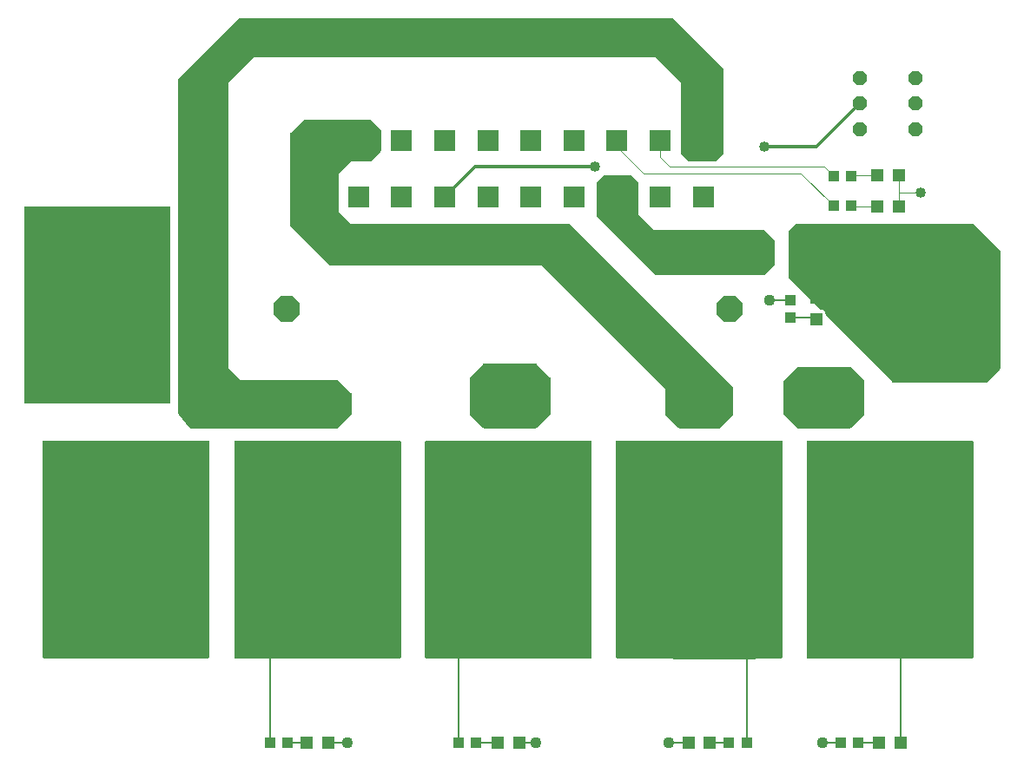
<source format=gbr>
G04 EAGLE Gerber RS-274X export*
G75*
%MOMM*%
%FSLAX34Y34*%
%LPD*%
%INTop Copper*%
%IPPOS*%
%AMOC8*
5,1,8,0,0,1.08239X$1,22.5*%
G01*
%ADD10P,2.749271X8X202.500000*%
%ADD11R,1.200000X1.200000*%
%ADD12R,1.000000X1.100000*%
%ADD13R,1.100000X1.000000*%
%ADD14R,3.150000X1.700000*%
%ADD15R,1.700000X3.150000*%
%ADD16C,8.000000*%
%ADD17R,2.100000X2.100000*%
%ADD18P,1.525737X8X112.500000*%
%ADD19C,0.050800*%
%ADD20C,0.152400*%
%ADD21C,1.108000*%
%ADD22C,1.016000*%
%ADD23C,1.422400*%
%ADD24C,0.355600*%

G36*
X333225Y373041D02*
X333225Y373041D01*
X333352Y373048D01*
X333398Y373061D01*
X333445Y373066D01*
X333565Y373109D01*
X333687Y373144D01*
X333728Y373168D01*
X333773Y373184D01*
X333880Y373253D01*
X333991Y373314D01*
X334036Y373353D01*
X334066Y373372D01*
X334100Y373407D01*
X334177Y373473D01*
X346877Y386173D01*
X346956Y386272D01*
X347040Y386366D01*
X347064Y386408D01*
X347094Y386446D01*
X347148Y386560D01*
X347209Y386671D01*
X347222Y386717D01*
X347243Y386761D01*
X347269Y386884D01*
X347304Y387006D01*
X347309Y387067D01*
X347316Y387102D01*
X347315Y387150D01*
X347323Y387250D01*
X347323Y406300D01*
X347309Y406426D01*
X347302Y406552D01*
X347289Y406598D01*
X347283Y406646D01*
X347241Y406765D01*
X347206Y406887D01*
X347182Y406929D01*
X347166Y406974D01*
X347097Y407081D01*
X347036Y407191D01*
X346996Y407237D01*
X346977Y407267D01*
X346942Y407301D01*
X346877Y407377D01*
X334177Y420077D01*
X334078Y420156D01*
X333984Y420240D01*
X333942Y420264D01*
X333904Y420294D01*
X333790Y420348D01*
X333679Y420409D01*
X333633Y420422D01*
X333589Y420443D01*
X333466Y420469D01*
X333344Y420504D01*
X333283Y420509D01*
X333248Y420516D01*
X333200Y420515D01*
X333100Y420523D01*
X241423Y420523D01*
X238767Y420604D01*
X226823Y432339D01*
X226823Y710469D01*
X251331Y734977D01*
X643769Y734977D01*
X668277Y710469D01*
X668277Y641250D01*
X668291Y641124D01*
X668298Y640998D01*
X668311Y640952D01*
X668317Y640904D01*
X668359Y640785D01*
X668394Y640663D01*
X668418Y640621D01*
X668434Y640576D01*
X668503Y640469D01*
X668564Y640359D01*
X668604Y640313D01*
X668623Y640283D01*
X668658Y640249D01*
X668723Y640173D01*
X675073Y633823D01*
X675172Y633744D01*
X675266Y633660D01*
X675308Y633636D01*
X675346Y633606D01*
X675460Y633552D01*
X675571Y633491D01*
X675617Y633478D01*
X675661Y633457D01*
X675784Y633431D01*
X675906Y633396D01*
X675967Y633392D01*
X676002Y633384D01*
X676050Y633385D01*
X676150Y633377D01*
X701550Y633377D01*
X701676Y633391D01*
X701802Y633398D01*
X701848Y633411D01*
X701896Y633417D01*
X702015Y633459D01*
X702137Y633494D01*
X702179Y633518D01*
X702224Y633534D01*
X702331Y633603D01*
X702441Y633664D01*
X702487Y633704D01*
X702517Y633723D01*
X702551Y633758D01*
X702627Y633823D01*
X708977Y640173D01*
X709056Y640272D01*
X709140Y640366D01*
X709164Y640408D01*
X709194Y640446D01*
X709248Y640560D01*
X709309Y640671D01*
X709322Y640717D01*
X709343Y640761D01*
X709369Y640884D01*
X709404Y641006D01*
X709409Y641067D01*
X709416Y641102D01*
X709415Y641150D01*
X709423Y641250D01*
X709423Y723800D01*
X709409Y723926D01*
X709402Y724052D01*
X709389Y724098D01*
X709383Y724146D01*
X709341Y724265D01*
X709306Y724387D01*
X709282Y724429D01*
X709266Y724474D01*
X709197Y724581D01*
X709136Y724691D01*
X709096Y724737D01*
X709077Y724767D01*
X709042Y724801D01*
X708977Y724877D01*
X660877Y772977D01*
X660778Y773056D01*
X660684Y773140D01*
X660642Y773164D01*
X660604Y773194D01*
X660490Y773248D01*
X660379Y773309D01*
X660333Y773322D01*
X660289Y773343D01*
X660166Y773369D01*
X660044Y773404D01*
X659983Y773409D01*
X659948Y773416D01*
X659900Y773415D01*
X659800Y773423D01*
X238000Y773423D01*
X237874Y773409D01*
X237748Y773402D01*
X237702Y773389D01*
X237654Y773383D01*
X237535Y773341D01*
X237413Y773306D01*
X237371Y773282D01*
X237326Y773266D01*
X237219Y773197D01*
X237109Y773136D01*
X237063Y773096D01*
X237033Y773077D01*
X236999Y773042D01*
X236923Y772977D01*
X178823Y714877D01*
X178744Y714778D01*
X178660Y714684D01*
X178636Y714642D01*
X178606Y714604D01*
X178552Y714490D01*
X178491Y714379D01*
X178478Y714333D01*
X178457Y714289D01*
X178431Y714166D01*
X178396Y714044D01*
X178392Y713983D01*
X178384Y713948D01*
X178385Y713900D01*
X178377Y713800D01*
X178377Y387250D01*
X178384Y387189D01*
X178382Y387128D01*
X178404Y387017D01*
X178417Y386904D01*
X178437Y386846D01*
X178449Y386786D01*
X178496Y386683D01*
X178534Y386576D01*
X178567Y386524D01*
X178592Y386469D01*
X178708Y386307D01*
X178723Y386283D01*
X178728Y386278D01*
X178734Y386269D01*
X189334Y373669D01*
X189347Y373658D01*
X189356Y373644D01*
X189473Y373538D01*
X189588Y373430D01*
X189602Y373422D01*
X189615Y373410D01*
X189752Y373334D01*
X189889Y373255D01*
X189905Y373250D01*
X189920Y373242D01*
X190071Y373199D01*
X190222Y373152D01*
X190239Y373151D01*
X190255Y373147D01*
X190499Y373127D01*
X333099Y373027D01*
X333225Y373041D01*
G37*
G36*
X716200Y148032D02*
X716200Y148032D01*
X716218Y148031D01*
X766018Y148731D01*
X766127Y148746D01*
X766237Y148753D01*
X766284Y148768D01*
X766333Y148775D01*
X766435Y148817D01*
X766539Y148851D01*
X766581Y148877D01*
X766627Y148896D01*
X766715Y148962D01*
X766808Y149021D01*
X766842Y149057D01*
X766882Y149087D01*
X766951Y149173D01*
X767026Y149253D01*
X767050Y149296D01*
X767081Y149335D01*
X767126Y149435D01*
X767180Y149531D01*
X767192Y149579D01*
X767212Y149624D01*
X767231Y149733D01*
X767259Y149839D01*
X767264Y149916D01*
X767268Y149937D01*
X767266Y149955D01*
X767269Y150000D01*
X767269Y360000D01*
X767254Y360118D01*
X767247Y360237D01*
X767234Y360275D01*
X767229Y360316D01*
X767186Y360426D01*
X767149Y360539D01*
X767127Y360574D01*
X767112Y360611D01*
X767043Y360707D01*
X766979Y360808D01*
X766949Y360836D01*
X766926Y360869D01*
X766834Y360945D01*
X766747Y361026D01*
X766712Y361046D01*
X766681Y361071D01*
X766573Y361122D01*
X766469Y361180D01*
X766429Y361190D01*
X766393Y361207D01*
X766276Y361229D01*
X766161Y361259D01*
X766101Y361263D01*
X766081Y361267D01*
X766060Y361265D01*
X766000Y361269D01*
X606000Y361269D01*
X605882Y361254D01*
X605763Y361247D01*
X605725Y361234D01*
X605684Y361229D01*
X605574Y361186D01*
X605461Y361149D01*
X605426Y361127D01*
X605389Y361112D01*
X605293Y361043D01*
X605192Y360979D01*
X605164Y360949D01*
X605131Y360926D01*
X605056Y360834D01*
X604974Y360747D01*
X604954Y360712D01*
X604929Y360681D01*
X604878Y360573D01*
X604820Y360469D01*
X604810Y360429D01*
X604793Y360393D01*
X604771Y360276D01*
X604741Y360161D01*
X604737Y360101D01*
X604733Y360081D01*
X604734Y360077D01*
X604733Y360076D01*
X604734Y360058D01*
X604731Y360000D01*
X604731Y150000D01*
X604745Y149886D01*
X604752Y149771D01*
X604765Y149729D01*
X604771Y149684D01*
X604813Y149578D01*
X604848Y149468D01*
X604871Y149430D01*
X604888Y149389D01*
X604955Y149296D01*
X605016Y149198D01*
X605048Y149168D01*
X605074Y149131D01*
X605163Y149058D01*
X605246Y148979D01*
X605285Y148957D01*
X605319Y148929D01*
X605424Y148880D01*
X605524Y148823D01*
X605567Y148812D01*
X605607Y148793D01*
X605720Y148772D01*
X605831Y148742D01*
X605899Y148737D01*
X605920Y148733D01*
X605939Y148735D01*
X605992Y148731D01*
X716192Y148031D01*
X716200Y148032D01*
G37*
G36*
X207318Y148746D02*
X207318Y148746D01*
X207437Y148753D01*
X207475Y148766D01*
X207516Y148771D01*
X207626Y148814D01*
X207739Y148851D01*
X207774Y148873D01*
X207811Y148888D01*
X207907Y148958D01*
X208008Y149021D01*
X208036Y149051D01*
X208069Y149074D01*
X208145Y149166D01*
X208226Y149253D01*
X208246Y149288D01*
X208271Y149319D01*
X208322Y149427D01*
X208380Y149531D01*
X208390Y149571D01*
X208407Y149607D01*
X208429Y149724D01*
X208459Y149839D01*
X208463Y149900D01*
X208467Y149920D01*
X208465Y149940D01*
X208469Y150000D01*
X208469Y360000D01*
X208454Y360118D01*
X208447Y360237D01*
X208434Y360275D01*
X208429Y360316D01*
X208386Y360426D01*
X208349Y360539D01*
X208327Y360574D01*
X208312Y360611D01*
X208243Y360707D01*
X208179Y360808D01*
X208149Y360836D01*
X208126Y360869D01*
X208034Y360945D01*
X207947Y361026D01*
X207912Y361046D01*
X207881Y361071D01*
X207773Y361122D01*
X207669Y361180D01*
X207629Y361190D01*
X207593Y361207D01*
X207476Y361229D01*
X207361Y361259D01*
X207301Y361263D01*
X207281Y361267D01*
X207260Y361265D01*
X207200Y361269D01*
X47200Y361269D01*
X47082Y361254D01*
X46963Y361247D01*
X46925Y361234D01*
X46884Y361229D01*
X46774Y361186D01*
X46661Y361149D01*
X46626Y361127D01*
X46589Y361112D01*
X46493Y361043D01*
X46392Y360979D01*
X46364Y360949D01*
X46331Y360926D01*
X46256Y360834D01*
X46174Y360747D01*
X46154Y360712D01*
X46129Y360681D01*
X46078Y360573D01*
X46020Y360469D01*
X46010Y360429D01*
X45993Y360393D01*
X45971Y360276D01*
X45941Y360161D01*
X45937Y360101D01*
X45933Y360081D01*
X45935Y360060D01*
X45931Y360000D01*
X45931Y150000D01*
X45946Y149882D01*
X45953Y149763D01*
X45966Y149725D01*
X45971Y149684D01*
X46014Y149574D01*
X46051Y149461D01*
X46073Y149426D01*
X46088Y149389D01*
X46158Y149293D01*
X46221Y149192D01*
X46251Y149164D01*
X46274Y149131D01*
X46366Y149056D01*
X46453Y148974D01*
X46488Y148954D01*
X46519Y148929D01*
X46627Y148878D01*
X46731Y148820D01*
X46771Y148810D01*
X46807Y148793D01*
X46924Y148771D01*
X47039Y148741D01*
X47100Y148737D01*
X47120Y148733D01*
X47140Y148735D01*
X47200Y148731D01*
X207200Y148731D01*
X207318Y148746D01*
G37*
G36*
X952118Y148746D02*
X952118Y148746D01*
X952237Y148753D01*
X952275Y148766D01*
X952316Y148771D01*
X952426Y148814D01*
X952539Y148851D01*
X952574Y148873D01*
X952611Y148888D01*
X952707Y148958D01*
X952808Y149021D01*
X952836Y149051D01*
X952869Y149074D01*
X952945Y149166D01*
X953026Y149253D01*
X953046Y149288D01*
X953071Y149319D01*
X953122Y149427D01*
X953180Y149531D01*
X953190Y149571D01*
X953207Y149607D01*
X953229Y149724D01*
X953259Y149839D01*
X953263Y149900D01*
X953267Y149920D01*
X953265Y149940D01*
X953269Y150000D01*
X953269Y360000D01*
X953254Y360118D01*
X953247Y360237D01*
X953234Y360275D01*
X953229Y360316D01*
X953186Y360426D01*
X953149Y360539D01*
X953127Y360574D01*
X953112Y360611D01*
X953043Y360707D01*
X952979Y360808D01*
X952949Y360836D01*
X952926Y360869D01*
X952834Y360945D01*
X952747Y361026D01*
X952712Y361046D01*
X952681Y361071D01*
X952573Y361122D01*
X952469Y361180D01*
X952429Y361190D01*
X952393Y361207D01*
X952276Y361229D01*
X952161Y361259D01*
X952101Y361263D01*
X952081Y361267D01*
X952060Y361265D01*
X952000Y361269D01*
X792000Y361269D01*
X791882Y361254D01*
X791763Y361247D01*
X791725Y361234D01*
X791684Y361229D01*
X791574Y361186D01*
X791461Y361149D01*
X791426Y361127D01*
X791389Y361112D01*
X791293Y361043D01*
X791192Y360979D01*
X791164Y360949D01*
X791131Y360926D01*
X791056Y360834D01*
X790974Y360747D01*
X790954Y360712D01*
X790929Y360681D01*
X790878Y360573D01*
X790820Y360469D01*
X790810Y360429D01*
X790793Y360393D01*
X790771Y360276D01*
X790741Y360161D01*
X790737Y360101D01*
X790733Y360081D01*
X790735Y360060D01*
X790731Y360000D01*
X790731Y150000D01*
X790746Y149882D01*
X790753Y149763D01*
X790766Y149725D01*
X790771Y149684D01*
X790814Y149574D01*
X790851Y149461D01*
X790873Y149426D01*
X790888Y149389D01*
X790958Y149293D01*
X791021Y149192D01*
X791051Y149164D01*
X791074Y149131D01*
X791166Y149056D01*
X791253Y148974D01*
X791288Y148954D01*
X791319Y148929D01*
X791427Y148878D01*
X791531Y148820D01*
X791571Y148810D01*
X791607Y148793D01*
X791724Y148771D01*
X791839Y148741D01*
X791900Y148737D01*
X791920Y148733D01*
X791940Y148735D01*
X792000Y148731D01*
X952000Y148731D01*
X952118Y148746D01*
G37*
G36*
X580118Y148746D02*
X580118Y148746D01*
X580237Y148753D01*
X580275Y148766D01*
X580316Y148771D01*
X580426Y148814D01*
X580539Y148851D01*
X580574Y148873D01*
X580611Y148888D01*
X580707Y148958D01*
X580808Y149021D01*
X580836Y149051D01*
X580869Y149074D01*
X580945Y149166D01*
X581026Y149253D01*
X581046Y149288D01*
X581071Y149319D01*
X581122Y149427D01*
X581180Y149531D01*
X581190Y149571D01*
X581207Y149607D01*
X581229Y149724D01*
X581259Y149839D01*
X581263Y149900D01*
X581267Y149920D01*
X581265Y149940D01*
X581269Y150000D01*
X581269Y360000D01*
X581254Y360118D01*
X581247Y360237D01*
X581234Y360275D01*
X581229Y360316D01*
X581186Y360426D01*
X581149Y360539D01*
X581127Y360574D01*
X581112Y360611D01*
X581043Y360707D01*
X580979Y360808D01*
X580949Y360836D01*
X580926Y360869D01*
X580834Y360945D01*
X580747Y361026D01*
X580712Y361046D01*
X580681Y361071D01*
X580573Y361122D01*
X580469Y361180D01*
X580429Y361190D01*
X580393Y361207D01*
X580276Y361229D01*
X580161Y361259D01*
X580101Y361263D01*
X580081Y361267D01*
X580060Y361265D01*
X580000Y361269D01*
X420000Y361269D01*
X419882Y361254D01*
X419763Y361247D01*
X419725Y361234D01*
X419684Y361229D01*
X419574Y361186D01*
X419461Y361149D01*
X419426Y361127D01*
X419389Y361112D01*
X419293Y361043D01*
X419192Y360979D01*
X419164Y360949D01*
X419131Y360926D01*
X419056Y360834D01*
X418974Y360747D01*
X418954Y360712D01*
X418929Y360681D01*
X418878Y360573D01*
X418820Y360469D01*
X418810Y360429D01*
X418793Y360393D01*
X418771Y360276D01*
X418741Y360161D01*
X418737Y360101D01*
X418733Y360081D01*
X418735Y360060D01*
X418731Y360000D01*
X418731Y150000D01*
X418746Y149882D01*
X418753Y149763D01*
X418766Y149725D01*
X418771Y149684D01*
X418814Y149574D01*
X418851Y149461D01*
X418873Y149426D01*
X418888Y149389D01*
X418958Y149293D01*
X419021Y149192D01*
X419051Y149164D01*
X419074Y149131D01*
X419166Y149056D01*
X419253Y148974D01*
X419288Y148954D01*
X419319Y148929D01*
X419427Y148878D01*
X419531Y148820D01*
X419571Y148810D01*
X419607Y148793D01*
X419724Y148771D01*
X419839Y148741D01*
X419900Y148737D01*
X419920Y148733D01*
X419940Y148735D01*
X420000Y148731D01*
X580000Y148731D01*
X580118Y148746D01*
G37*
G36*
X394118Y148746D02*
X394118Y148746D01*
X394237Y148753D01*
X394275Y148766D01*
X394316Y148771D01*
X394426Y148814D01*
X394539Y148851D01*
X394574Y148873D01*
X394611Y148888D01*
X394707Y148958D01*
X394808Y149021D01*
X394836Y149051D01*
X394869Y149074D01*
X394945Y149166D01*
X395026Y149253D01*
X395046Y149288D01*
X395071Y149319D01*
X395122Y149427D01*
X395180Y149531D01*
X395190Y149571D01*
X395207Y149607D01*
X395229Y149724D01*
X395259Y149839D01*
X395263Y149900D01*
X395267Y149920D01*
X395265Y149940D01*
X395269Y150000D01*
X395269Y360000D01*
X395254Y360118D01*
X395247Y360237D01*
X395234Y360275D01*
X395229Y360316D01*
X395186Y360426D01*
X395149Y360539D01*
X395127Y360574D01*
X395112Y360611D01*
X395043Y360707D01*
X394979Y360808D01*
X394949Y360836D01*
X394926Y360869D01*
X394834Y360945D01*
X394747Y361026D01*
X394712Y361046D01*
X394681Y361071D01*
X394573Y361122D01*
X394469Y361180D01*
X394429Y361190D01*
X394393Y361207D01*
X394276Y361229D01*
X394161Y361259D01*
X394101Y361263D01*
X394081Y361267D01*
X394060Y361265D01*
X394000Y361269D01*
X234000Y361269D01*
X233882Y361254D01*
X233763Y361247D01*
X233725Y361234D01*
X233684Y361229D01*
X233574Y361186D01*
X233461Y361149D01*
X233426Y361127D01*
X233389Y361112D01*
X233293Y361043D01*
X233192Y360979D01*
X233164Y360949D01*
X233131Y360926D01*
X233056Y360834D01*
X232974Y360747D01*
X232954Y360712D01*
X232929Y360681D01*
X232878Y360573D01*
X232820Y360469D01*
X232810Y360429D01*
X232793Y360393D01*
X232771Y360276D01*
X232741Y360161D01*
X232737Y360101D01*
X232733Y360081D01*
X232735Y360060D01*
X232731Y360000D01*
X232731Y150000D01*
X232746Y149882D01*
X232753Y149763D01*
X232766Y149725D01*
X232771Y149684D01*
X232814Y149574D01*
X232851Y149461D01*
X232873Y149426D01*
X232888Y149389D01*
X232958Y149293D01*
X233021Y149192D01*
X233051Y149164D01*
X233074Y149131D01*
X233166Y149056D01*
X233253Y148974D01*
X233288Y148954D01*
X233319Y148929D01*
X233427Y148878D01*
X233531Y148820D01*
X233571Y148810D01*
X233607Y148793D01*
X233724Y148771D01*
X233839Y148741D01*
X233900Y148737D01*
X233920Y148733D01*
X233940Y148735D01*
X234000Y148731D01*
X394000Y148731D01*
X394118Y148746D01*
G37*
G36*
X705326Y373141D02*
X705326Y373141D01*
X705452Y373148D01*
X705498Y373161D01*
X705546Y373167D01*
X705665Y373209D01*
X705787Y373244D01*
X705829Y373268D01*
X705874Y373284D01*
X705981Y373353D01*
X706091Y373414D01*
X706137Y373454D01*
X706167Y373473D01*
X706201Y373508D01*
X706277Y373573D01*
X718977Y386273D01*
X719056Y386372D01*
X719140Y386466D01*
X719164Y386508D01*
X719194Y386546D01*
X719248Y386660D01*
X719309Y386771D01*
X719322Y386817D01*
X719343Y386861D01*
X719369Y386984D01*
X719404Y387106D01*
X719409Y387167D01*
X719416Y387202D01*
X719415Y387250D01*
X719423Y387350D01*
X719423Y412400D01*
X719409Y412526D01*
X719402Y412652D01*
X719389Y412698D01*
X719383Y412746D01*
X719341Y412865D01*
X719306Y412987D01*
X719282Y413029D01*
X719266Y413074D01*
X719197Y413181D01*
X719136Y413291D01*
X719096Y413337D01*
X719077Y413367D01*
X719042Y413401D01*
X718977Y413477D01*
X559877Y572577D01*
X559778Y572656D01*
X559684Y572740D01*
X559642Y572764D01*
X559604Y572794D01*
X559490Y572848D01*
X559379Y572909D01*
X559333Y572922D01*
X559289Y572943D01*
X559166Y572969D01*
X559044Y573004D01*
X558983Y573009D01*
X558948Y573016D01*
X558900Y573015D01*
X558800Y573023D01*
X546100Y573023D01*
X546099Y573023D01*
X346581Y572924D01*
X334773Y584731D01*
X334773Y621569D01*
X346581Y633377D01*
X365000Y633377D01*
X365126Y633391D01*
X365252Y633398D01*
X365298Y633411D01*
X365346Y633417D01*
X365465Y633459D01*
X365587Y633494D01*
X365629Y633518D01*
X365674Y633534D01*
X365781Y633603D01*
X365891Y633664D01*
X365937Y633704D01*
X365967Y633723D01*
X366001Y633758D01*
X366077Y633823D01*
X375602Y643348D01*
X375681Y643447D01*
X375765Y643541D01*
X375789Y643583D01*
X375819Y643621D01*
X375873Y643735D01*
X375934Y643846D01*
X375947Y643892D01*
X375968Y643936D01*
X375994Y644059D01*
X376029Y644181D01*
X376034Y644242D01*
X376041Y644277D01*
X376040Y644325D01*
X376048Y644425D01*
X376048Y663475D01*
X376034Y663601D01*
X376027Y663727D01*
X376014Y663773D01*
X376008Y663821D01*
X375966Y663940D01*
X375931Y664062D01*
X375907Y664104D01*
X375891Y664149D01*
X375822Y664256D01*
X375761Y664366D01*
X375721Y664412D01*
X375702Y664442D01*
X375667Y664476D01*
X375602Y664552D01*
X366077Y674077D01*
X365978Y674156D01*
X365884Y674240D01*
X365842Y674264D01*
X365804Y674294D01*
X365690Y674348D01*
X365579Y674409D01*
X365533Y674422D01*
X365489Y674443D01*
X365366Y674469D01*
X365244Y674504D01*
X365183Y674509D01*
X365148Y674516D01*
X365100Y674515D01*
X365000Y674523D01*
X301500Y674523D01*
X301374Y674509D01*
X301248Y674502D01*
X301202Y674489D01*
X301154Y674483D01*
X301035Y674441D01*
X300913Y674406D01*
X300871Y674382D01*
X300826Y674366D01*
X300719Y674297D01*
X300609Y674236D01*
X300563Y674196D01*
X300533Y674177D01*
X300499Y674142D01*
X300423Y674077D01*
X287723Y661377D01*
X287644Y661278D01*
X287560Y661184D01*
X287536Y661142D01*
X287506Y661104D01*
X287452Y660990D01*
X287391Y660879D01*
X287378Y660833D01*
X287357Y660789D01*
X287331Y660666D01*
X287296Y660544D01*
X287292Y660483D01*
X287284Y660448D01*
X287285Y660400D01*
X287277Y660300D01*
X287277Y571400D01*
X287291Y571274D01*
X287298Y571148D01*
X287311Y571102D01*
X287317Y571054D01*
X287359Y570935D01*
X287394Y570813D01*
X287418Y570771D01*
X287434Y570726D01*
X287503Y570619D01*
X287564Y570509D01*
X287604Y570463D01*
X287623Y570433D01*
X287658Y570399D01*
X287723Y570323D01*
X325823Y532223D01*
X325922Y532144D01*
X326016Y532059D01*
X326058Y532036D01*
X326096Y532006D01*
X326210Y531952D01*
X326322Y531891D01*
X326368Y531878D01*
X326411Y531857D01*
X326535Y531831D01*
X326657Y531796D01*
X326717Y531791D01*
X326752Y531784D01*
X326800Y531785D01*
X326901Y531777D01*
X520701Y531877D01*
X532769Y531877D01*
X652877Y411769D01*
X652877Y387350D01*
X652891Y387224D01*
X652898Y387098D01*
X652911Y387052D01*
X652917Y387004D01*
X652959Y386885D01*
X652994Y386763D01*
X653018Y386721D01*
X653034Y386676D01*
X653103Y386569D01*
X653164Y386459D01*
X653204Y386413D01*
X653223Y386383D01*
X653258Y386349D01*
X653323Y386273D01*
X666023Y373573D01*
X666122Y373494D01*
X666216Y373410D01*
X666258Y373386D01*
X666296Y373356D01*
X666410Y373302D01*
X666521Y373241D01*
X666567Y373228D01*
X666611Y373207D01*
X666734Y373181D01*
X666856Y373146D01*
X666917Y373142D01*
X666952Y373134D01*
X667000Y373135D01*
X667100Y373127D01*
X705200Y373127D01*
X705326Y373141D01*
G37*
G36*
X169618Y397346D02*
X169618Y397346D01*
X169737Y397353D01*
X169775Y397366D01*
X169816Y397371D01*
X169926Y397414D01*
X170039Y397451D01*
X170074Y397473D01*
X170111Y397488D01*
X170207Y397558D01*
X170308Y397621D01*
X170336Y397651D01*
X170369Y397674D01*
X170445Y397766D01*
X170526Y397853D01*
X170546Y397888D01*
X170571Y397919D01*
X170622Y398027D01*
X170680Y398131D01*
X170690Y398171D01*
X170707Y398207D01*
X170729Y398324D01*
X170759Y398439D01*
X170763Y398500D01*
X170767Y398520D01*
X170765Y398540D01*
X170769Y398600D01*
X170769Y588600D01*
X170754Y588718D01*
X170747Y588837D01*
X170734Y588875D01*
X170729Y588916D01*
X170686Y589026D01*
X170649Y589139D01*
X170627Y589174D01*
X170612Y589211D01*
X170543Y589307D01*
X170479Y589408D01*
X170449Y589436D01*
X170426Y589469D01*
X170334Y589545D01*
X170247Y589626D01*
X170212Y589646D01*
X170181Y589671D01*
X170073Y589722D01*
X169969Y589780D01*
X169929Y589790D01*
X169893Y589807D01*
X169776Y589829D01*
X169661Y589859D01*
X169601Y589863D01*
X169581Y589867D01*
X169560Y589865D01*
X169500Y589869D01*
X29500Y589869D01*
X29382Y589854D01*
X29263Y589847D01*
X29225Y589834D01*
X29184Y589829D01*
X29074Y589786D01*
X28961Y589749D01*
X28926Y589727D01*
X28889Y589712D01*
X28793Y589643D01*
X28692Y589579D01*
X28664Y589549D01*
X28631Y589526D01*
X28556Y589434D01*
X28474Y589347D01*
X28454Y589312D01*
X28429Y589281D01*
X28378Y589173D01*
X28320Y589069D01*
X28310Y589029D01*
X28293Y588993D01*
X28271Y588876D01*
X28241Y588761D01*
X28237Y588701D01*
X28233Y588681D01*
X28235Y588660D01*
X28231Y588600D01*
X28231Y398600D01*
X28246Y398482D01*
X28253Y398363D01*
X28266Y398325D01*
X28271Y398284D01*
X28314Y398174D01*
X28351Y398061D01*
X28373Y398026D01*
X28388Y397989D01*
X28458Y397893D01*
X28521Y397792D01*
X28551Y397764D01*
X28574Y397731D01*
X28666Y397656D01*
X28753Y397574D01*
X28788Y397554D01*
X28819Y397529D01*
X28927Y397478D01*
X29031Y397420D01*
X29071Y397410D01*
X29107Y397393D01*
X29224Y397371D01*
X29339Y397341D01*
X29400Y397337D01*
X29420Y397333D01*
X29440Y397335D01*
X29500Y397331D01*
X169500Y397331D01*
X169618Y397346D01*
G37*
G36*
X965326Y417591D02*
X965326Y417591D01*
X965452Y417598D01*
X965498Y417611D01*
X965546Y417617D01*
X965665Y417659D01*
X965787Y417694D01*
X965829Y417718D01*
X965874Y417734D01*
X965981Y417803D01*
X966091Y417864D01*
X966137Y417904D01*
X966167Y417923D01*
X966201Y417958D01*
X966277Y418023D01*
X978977Y430723D01*
X979056Y430822D01*
X979140Y430916D01*
X979164Y430958D01*
X979194Y430996D01*
X979248Y431110D01*
X979309Y431221D01*
X979322Y431267D01*
X979343Y431311D01*
X979369Y431434D01*
X979404Y431556D01*
X979409Y431617D01*
X979416Y431652D01*
X979415Y431700D01*
X979423Y431800D01*
X979423Y546100D01*
X979409Y546226D01*
X979402Y546352D01*
X979389Y546398D01*
X979383Y546446D01*
X979341Y546565D01*
X979306Y546687D01*
X979282Y546729D01*
X979266Y546774D01*
X979197Y546881D01*
X979136Y546991D01*
X979096Y547037D01*
X979077Y547067D01*
X979042Y547101D01*
X978977Y547177D01*
X953577Y572577D01*
X953478Y572656D01*
X953384Y572740D01*
X953342Y572764D01*
X953304Y572794D01*
X953190Y572848D01*
X953079Y572909D01*
X953033Y572922D01*
X952989Y572943D01*
X952866Y572969D01*
X952744Y573004D01*
X952683Y573009D01*
X952648Y573016D01*
X952600Y573015D01*
X952500Y573023D01*
X781050Y573023D01*
X780924Y573009D01*
X780798Y573002D01*
X780752Y572989D01*
X780704Y572983D01*
X780585Y572941D01*
X780463Y572906D01*
X780421Y572882D01*
X780376Y572866D01*
X780269Y572797D01*
X780159Y572736D01*
X780113Y572696D01*
X780083Y572677D01*
X780049Y572642D01*
X779973Y572577D01*
X773623Y566227D01*
X773544Y566128D01*
X773460Y566034D01*
X773436Y565992D01*
X773406Y565954D01*
X773352Y565840D01*
X773291Y565729D01*
X773278Y565683D01*
X773257Y565639D01*
X773231Y565516D01*
X773196Y565394D01*
X773192Y565333D01*
X773184Y565298D01*
X773185Y565250D01*
X773177Y565150D01*
X773177Y520700D01*
X773191Y520574D01*
X773198Y520448D01*
X773211Y520402D01*
X773217Y520354D01*
X773259Y520235D01*
X773294Y520113D01*
X773318Y520071D01*
X773334Y520026D01*
X773403Y519919D01*
X773464Y519809D01*
X773504Y519763D01*
X773523Y519733D01*
X773558Y519699D01*
X773623Y519623D01*
X804251Y488995D01*
X804350Y488916D01*
X804444Y488832D01*
X804486Y488808D01*
X804524Y488778D01*
X804638Y488724D01*
X804749Y488663D01*
X804795Y488650D01*
X804839Y488629D01*
X804962Y488603D01*
X805084Y488568D01*
X805145Y488563D01*
X805180Y488556D01*
X805228Y488557D01*
X805328Y488549D01*
X807363Y488549D01*
X809149Y486763D01*
X809149Y484728D01*
X809163Y484602D01*
X809170Y484476D01*
X809183Y484430D01*
X809189Y484382D01*
X809231Y484263D01*
X809266Y484141D01*
X809290Y484099D01*
X809306Y484054D01*
X809375Y483947D01*
X809436Y483837D01*
X809476Y483791D01*
X809495Y483761D01*
X809530Y483727D01*
X809595Y483651D01*
X875223Y418023D01*
X875322Y417944D01*
X875416Y417860D01*
X875458Y417836D01*
X875496Y417806D01*
X875610Y417752D01*
X875721Y417691D01*
X875767Y417678D01*
X875811Y417657D01*
X875934Y417631D01*
X876056Y417596D01*
X876117Y417592D01*
X876152Y417584D01*
X876200Y417585D01*
X876300Y417577D01*
X965200Y417577D01*
X965326Y417591D01*
G37*
G36*
X749398Y522618D02*
X749398Y522618D01*
X749497Y522621D01*
X749555Y522638D01*
X749616Y522646D01*
X749708Y522682D01*
X749803Y522710D01*
X749855Y522740D01*
X749911Y522763D01*
X749991Y522821D01*
X750077Y522871D01*
X750152Y522937D01*
X750169Y522949D01*
X750176Y522959D01*
X750198Y522978D01*
X759723Y532503D01*
X759783Y532581D01*
X759851Y532653D01*
X759880Y532706D01*
X759917Y532754D01*
X759957Y532845D01*
X760005Y532931D01*
X760020Y532990D01*
X760044Y533046D01*
X760059Y533144D01*
X760084Y533239D01*
X760090Y533339D01*
X760094Y533360D01*
X760092Y533372D01*
X760094Y533400D01*
X760094Y555625D01*
X760082Y555723D01*
X760079Y555822D01*
X760062Y555880D01*
X760054Y555941D01*
X760018Y556033D01*
X759990Y556128D01*
X759960Y556180D01*
X759937Y556236D01*
X759879Y556316D01*
X759829Y556402D01*
X759763Y556477D01*
X759751Y556494D01*
X759741Y556501D01*
X759723Y556523D01*
X750198Y566048D01*
X750119Y566108D01*
X750047Y566176D01*
X749994Y566205D01*
X749946Y566242D01*
X749855Y566282D01*
X749769Y566330D01*
X749710Y566345D01*
X749654Y566369D01*
X749556Y566384D01*
X749461Y566409D01*
X749361Y566415D01*
X749340Y566419D01*
X749328Y566417D01*
X749300Y566419D01*
X641876Y566419D01*
X626619Y581676D01*
X626619Y612675D01*
X626607Y612773D01*
X626604Y612872D01*
X626587Y612930D01*
X626579Y612991D01*
X626543Y613083D01*
X626515Y613178D01*
X626485Y613230D01*
X626462Y613286D01*
X626404Y613366D01*
X626354Y613452D01*
X626288Y613527D01*
X626276Y613544D01*
X626266Y613551D01*
X626248Y613573D01*
X619898Y619923D01*
X619819Y619983D01*
X619747Y620051D01*
X619694Y620080D01*
X619646Y620117D01*
X619555Y620157D01*
X619469Y620205D01*
X619410Y620220D01*
X619354Y620244D01*
X619256Y620259D01*
X619161Y620284D01*
X619061Y620290D01*
X619040Y620294D01*
X619028Y620292D01*
X619000Y620294D01*
X593600Y620294D01*
X593502Y620282D01*
X593403Y620279D01*
X593345Y620262D01*
X593284Y620254D01*
X593192Y620218D01*
X593097Y620190D01*
X593045Y620160D01*
X592989Y620137D01*
X592909Y620079D01*
X592823Y620029D01*
X592748Y619963D01*
X592731Y619951D01*
X592724Y619941D01*
X592703Y619923D01*
X586353Y613573D01*
X586292Y613494D01*
X586224Y613422D01*
X586195Y613369D01*
X586158Y613321D01*
X586118Y613230D01*
X586070Y613144D01*
X586055Y613085D01*
X586031Y613029D01*
X586016Y612931D01*
X585991Y612836D01*
X585985Y612736D01*
X585981Y612715D01*
X585983Y612703D01*
X585981Y612675D01*
X585981Y581150D01*
X585993Y581052D01*
X585996Y580953D01*
X586013Y580895D01*
X586021Y580834D01*
X586057Y580742D01*
X586085Y580647D01*
X586115Y580595D01*
X586138Y580539D01*
X586196Y580459D01*
X586246Y580373D01*
X586312Y580298D01*
X586324Y580281D01*
X586334Y580274D01*
X586353Y580253D01*
X643628Y522978D01*
X643706Y522917D01*
X643778Y522849D01*
X643831Y522820D01*
X643879Y522783D01*
X643970Y522743D01*
X644056Y522695D01*
X644115Y522680D01*
X644171Y522656D01*
X644269Y522641D01*
X644364Y522616D01*
X644464Y522610D01*
X644485Y522606D01*
X644497Y522608D01*
X644525Y522606D01*
X749300Y522606D01*
X749398Y522618D01*
G37*
G36*
X527123Y373293D02*
X527123Y373293D01*
X527222Y373296D01*
X527280Y373313D01*
X527341Y373321D01*
X527433Y373357D01*
X527528Y373385D01*
X527580Y373415D01*
X527636Y373438D01*
X527716Y373496D01*
X527802Y373546D01*
X527877Y373612D01*
X527894Y373624D01*
X527901Y373634D01*
X527923Y373653D01*
X540623Y386353D01*
X540683Y386431D01*
X540751Y386503D01*
X540773Y386543D01*
X540789Y386562D01*
X540795Y386575D01*
X540817Y386604D01*
X540857Y386695D01*
X540905Y386781D01*
X540920Y386839D01*
X540924Y386850D01*
X540925Y386852D01*
X540944Y386896D01*
X540959Y386994D01*
X540984Y387089D01*
X540990Y387189D01*
X540994Y387210D01*
X540992Y387222D01*
X540994Y387250D01*
X540994Y422175D01*
X540982Y422273D01*
X540979Y422372D01*
X540962Y422430D01*
X540954Y422491D01*
X540918Y422583D01*
X540890Y422678D01*
X540860Y422730D01*
X540837Y422786D01*
X540779Y422866D01*
X540729Y422952D01*
X540663Y423027D01*
X540651Y423044D01*
X540641Y423051D01*
X540623Y423073D01*
X527923Y435773D01*
X527844Y435833D01*
X527772Y435901D01*
X527719Y435930D01*
X527671Y435967D01*
X527580Y436007D01*
X527494Y436055D01*
X527435Y436070D01*
X527379Y436094D01*
X527281Y436109D01*
X527186Y436134D01*
X527086Y436140D01*
X527065Y436144D01*
X527053Y436142D01*
X527025Y436144D01*
X476225Y436144D01*
X476127Y436132D01*
X476028Y436129D01*
X475970Y436112D01*
X475909Y436104D01*
X475817Y436068D01*
X475722Y436040D01*
X475670Y436010D01*
X475614Y435987D01*
X475534Y435929D01*
X475448Y435879D01*
X475373Y435813D01*
X475356Y435801D01*
X475349Y435791D01*
X475328Y435773D01*
X462628Y423073D01*
X462567Y422994D01*
X462499Y422922D01*
X462470Y422869D01*
X462433Y422821D01*
X462393Y422730D01*
X462345Y422644D01*
X462330Y422585D01*
X462306Y422529D01*
X462291Y422431D01*
X462266Y422336D01*
X462260Y422236D01*
X462256Y422215D01*
X462258Y422203D01*
X462256Y422175D01*
X462256Y387250D01*
X462268Y387152D01*
X462271Y387053D01*
X462288Y386995D01*
X462296Y386934D01*
X462332Y386842D01*
X462360Y386747D01*
X462381Y386711D01*
X462384Y386703D01*
X462393Y386688D01*
X462413Y386639D01*
X462471Y386559D01*
X462521Y386473D01*
X462550Y386441D01*
X462554Y386434D01*
X462563Y386425D01*
X462587Y386398D01*
X462599Y386381D01*
X462609Y386374D01*
X462628Y386353D01*
X475328Y373653D01*
X475406Y373592D01*
X475478Y373524D01*
X475531Y373495D01*
X475579Y373458D01*
X475670Y373418D01*
X475756Y373370D01*
X475815Y373355D01*
X475871Y373331D01*
X475969Y373316D01*
X476064Y373291D01*
X476164Y373285D01*
X476185Y373281D01*
X476197Y373283D01*
X476225Y373281D01*
X527025Y373281D01*
X527123Y373293D01*
G37*
G36*
X833223Y373293D02*
X833223Y373293D01*
X833322Y373296D01*
X833380Y373313D01*
X833441Y373321D01*
X833533Y373357D01*
X833628Y373385D01*
X833680Y373415D01*
X833736Y373438D01*
X833816Y373496D01*
X833902Y373546D01*
X833977Y373612D01*
X833994Y373624D01*
X834001Y373634D01*
X834023Y373653D01*
X846723Y386353D01*
X846783Y386431D01*
X846851Y386503D01*
X846873Y386543D01*
X846889Y386562D01*
X846895Y386575D01*
X846917Y386604D01*
X846957Y386695D01*
X847005Y386781D01*
X847020Y386839D01*
X847024Y386850D01*
X847025Y386852D01*
X847044Y386896D01*
X847059Y386994D01*
X847084Y387089D01*
X847090Y387189D01*
X847094Y387210D01*
X847092Y387222D01*
X847094Y387250D01*
X847094Y419000D01*
X847082Y419098D01*
X847079Y419197D01*
X847062Y419255D01*
X847054Y419316D01*
X847018Y419408D01*
X846990Y419503D01*
X846960Y419555D01*
X846937Y419611D01*
X846879Y419691D01*
X846829Y419777D01*
X846763Y419852D01*
X846751Y419869D01*
X846741Y419876D01*
X846723Y419898D01*
X834023Y432598D01*
X833944Y432658D01*
X833872Y432726D01*
X833819Y432755D01*
X833771Y432792D01*
X833680Y432832D01*
X833594Y432880D01*
X833535Y432895D01*
X833479Y432919D01*
X833381Y432934D01*
X833286Y432959D01*
X833186Y432965D01*
X833165Y432969D01*
X833153Y432967D01*
X833125Y432969D01*
X782325Y432969D01*
X782227Y432957D01*
X782128Y432954D01*
X782070Y432937D01*
X782009Y432929D01*
X781917Y432893D01*
X781822Y432865D01*
X781770Y432835D01*
X781714Y432812D01*
X781634Y432754D01*
X781548Y432704D01*
X781473Y432638D01*
X781456Y432626D01*
X781449Y432616D01*
X781428Y432598D01*
X768728Y419898D01*
X768667Y419819D01*
X768599Y419747D01*
X768570Y419694D01*
X768533Y419646D01*
X768493Y419555D01*
X768445Y419469D01*
X768430Y419410D01*
X768406Y419354D01*
X768391Y419256D01*
X768366Y419161D01*
X768360Y419061D01*
X768358Y419054D01*
X768358Y419053D01*
X768356Y419040D01*
X768358Y419028D01*
X768356Y419000D01*
X768356Y387250D01*
X768368Y387152D01*
X768371Y387053D01*
X768388Y386995D01*
X768396Y386934D01*
X768432Y386842D01*
X768460Y386747D01*
X768481Y386711D01*
X768484Y386703D01*
X768493Y386688D01*
X768513Y386639D01*
X768571Y386559D01*
X768621Y386473D01*
X768650Y386441D01*
X768654Y386434D01*
X768663Y386425D01*
X768687Y386398D01*
X768699Y386381D01*
X768709Y386374D01*
X768728Y386353D01*
X781428Y373653D01*
X781506Y373592D01*
X781578Y373524D01*
X781631Y373495D01*
X781679Y373458D01*
X781770Y373418D01*
X781856Y373370D01*
X781915Y373355D01*
X781971Y373331D01*
X782069Y373316D01*
X782164Y373291D01*
X782264Y373285D01*
X782285Y373281D01*
X782297Y373283D01*
X782325Y373281D01*
X833125Y373281D01*
X833223Y373293D01*
G37*
D10*
X715900Y490000D03*
X284100Y490000D03*
D11*
X324500Y66500D03*
X303500Y66500D03*
X510500Y66500D03*
X489500Y66500D03*
X675500Y66500D03*
X696500Y66500D03*
X800100Y500500D03*
X800100Y479500D03*
X882500Y66500D03*
X861500Y66500D03*
D12*
X284400Y66500D03*
X267400Y66500D03*
X468500Y66500D03*
X451500Y66500D03*
X715200Y66500D03*
X732200Y66500D03*
D13*
X774700Y481500D03*
X774700Y498500D03*
D12*
X840775Y66500D03*
X823775Y66500D03*
D14*
X809300Y396200D03*
X809300Y343800D03*
D15*
X735800Y546100D03*
X788200Y546100D03*
D14*
X686000Y396200D03*
X686000Y343800D03*
X500000Y396200D03*
X500000Y343800D03*
X314000Y396200D03*
X314000Y343800D03*
D11*
X880500Y590000D03*
X859500Y590000D03*
D12*
X834000Y590550D03*
X817000Y590550D03*
D16*
X314000Y230000D03*
X500000Y230000D03*
X686000Y230000D03*
X906650Y490000D03*
X872000Y230000D03*
X93350Y490000D03*
D17*
X312000Y653700D03*
X354000Y653700D03*
X396000Y653700D03*
X438000Y653700D03*
X480000Y653700D03*
X522000Y653700D03*
X564000Y653700D03*
X606000Y653700D03*
X648000Y653700D03*
X690000Y653700D03*
X312000Y598700D03*
X354000Y598700D03*
X396000Y598700D03*
X438000Y598700D03*
X480000Y598700D03*
X522000Y598700D03*
X564000Y598700D03*
X606000Y598700D03*
X648000Y598700D03*
X690000Y598700D03*
D16*
X128000Y230000D03*
D18*
X843000Y665000D03*
X843000Y690000D03*
X843000Y715000D03*
X897000Y715000D03*
X897000Y690000D03*
X897000Y665000D03*
D12*
X834000Y619125D03*
X817000Y619125D03*
D11*
X880500Y620000D03*
X859500Y620000D03*
D19*
X880500Y603250D02*
X880500Y590000D01*
X880500Y603250D02*
X880500Y620000D01*
X880500Y603250D02*
X901700Y603250D01*
D20*
X774700Y498500D02*
X754500Y498500D01*
X754300Y498300D01*
X675500Y66500D02*
X656100Y66500D01*
X510675Y66675D02*
X510500Y66500D01*
X527050Y66500D01*
X342900Y66500D02*
X324500Y66500D01*
X806450Y66500D02*
X823775Y66500D01*
D21*
X806450Y66500D03*
X754300Y498300D03*
X656100Y66500D03*
X527050Y66500D03*
X342900Y66500D03*
D22*
X901700Y603250D03*
D23*
X53575Y352425D03*
X126600Y352425D03*
X199625Y352425D03*
X199625Y313375D03*
X199625Y272100D03*
X199625Y218125D03*
X199625Y157800D03*
X126600Y157800D03*
X53575Y157800D03*
X53575Y218125D03*
X53575Y268925D03*
X53575Y316550D03*
X35400Y581025D03*
X98900Y581025D03*
X159225Y581025D03*
X159225Y536575D03*
X159225Y495300D03*
X159225Y450850D03*
X159225Y406400D03*
X98900Y406400D03*
X35400Y406400D03*
X35400Y447675D03*
X35400Y495300D03*
X35400Y536575D03*
D19*
X606000Y647900D02*
X606000Y653700D01*
X606000Y647900D02*
X631700Y622200D01*
X785350Y622200D01*
X817000Y590550D01*
X648000Y637650D02*
X648000Y653700D01*
X648000Y637650D02*
X657100Y628550D01*
X807575Y628550D01*
X817000Y619125D01*
D23*
X791975Y419100D03*
X807850Y422275D03*
X823725Y419100D03*
X779275Y406400D03*
X836425Y406400D03*
X779275Y390525D03*
X836425Y390525D03*
D20*
X267400Y183400D02*
X267400Y66500D01*
X267400Y183400D02*
X314000Y230000D01*
X451500Y181500D02*
X451500Y66500D01*
X451500Y181500D02*
X500000Y230000D01*
X686000Y230000D02*
X728900Y230000D01*
X732200Y183800D02*
X732200Y66500D01*
X732200Y183800D02*
X686000Y230000D01*
X872000Y230000D02*
X885300Y230000D01*
X872000Y230000D02*
X861500Y219500D01*
X882500Y219500D02*
X882500Y66500D01*
X882500Y219500D02*
X872000Y230000D01*
D23*
X485875Y422275D03*
X517625Y422275D03*
X501750Y425450D03*
X530325Y412750D03*
X473175Y412750D03*
X530325Y396875D03*
X473175Y396875D03*
D20*
X303500Y66500D02*
X284400Y66500D01*
X468500Y66500D02*
X489500Y66500D01*
X696500Y66500D02*
X715200Y66500D01*
X840775Y66500D02*
X861500Y66500D01*
X798100Y481500D02*
X774700Y481500D01*
X798100Y481500D02*
X800100Y479500D01*
D19*
X834550Y590000D02*
X859500Y590000D01*
X834550Y590000D02*
X834000Y590550D01*
D24*
X800700Y647700D02*
X749300Y647700D01*
X800700Y647700D02*
X843000Y690000D01*
X584200Y628650D02*
X467950Y628650D01*
X438000Y598700D01*
D22*
X749300Y647700D03*
X584200Y628650D03*
D19*
X834875Y620000D02*
X859500Y620000D01*
X834875Y620000D02*
X834000Y619125D01*
M02*

</source>
